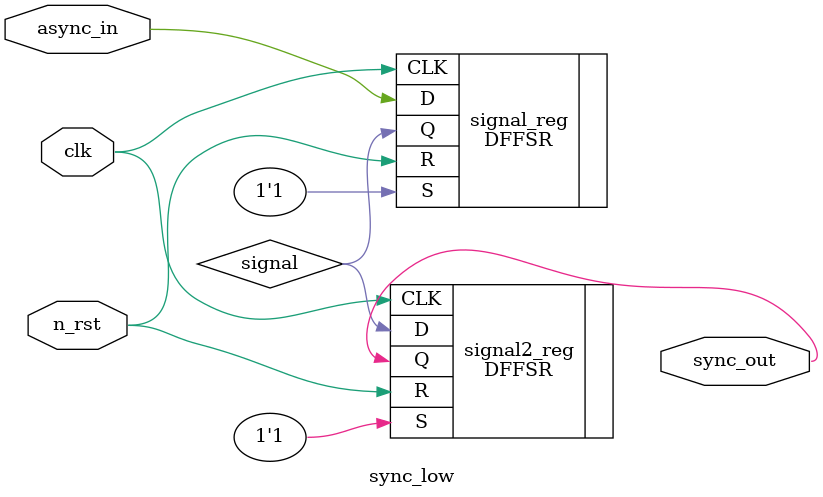
<source format=v>


module sync_low ( clk, n_rst, async_in, sync_out );
  input clk, n_rst, async_in;
  output sync_out;
  wire   signal;

  DFFSR signal_reg ( .D(async_in), .CLK(clk), .R(n_rst), .S(1'b1), .Q(signal)
         );
  DFFSR signal2_reg ( .D(signal), .CLK(clk), .R(n_rst), .S(1'b1), .Q(sync_out)
         );
endmodule


</source>
